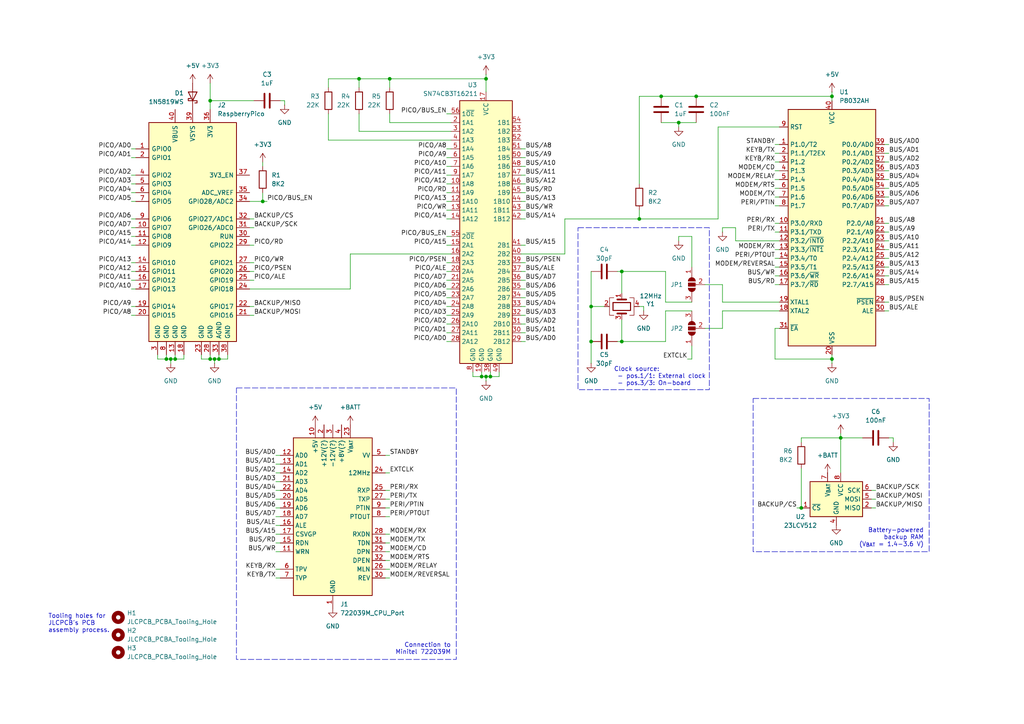
<source format=kicad_sch>
(kicad_sch (version 20250114) (generator "eeschema") (generator_version "9.0")
  (paper "A4")
  (lib_symbols
    (symbol "Device:C" (pin_numbers (hide yes)) (pin_names (offset 0.254))
      (property "Reference" "C" (at 0.635 2.54 0))
      (property "Value" "C" (at 0.635 -2.54 0))
      (symbol "C_1_1"
        (pin passive line (at 0 3.81 270) (length 2.794) (name "~") (number "1"))
        (pin passive line (at 0 -3.81 90) (length 2.794) (name "~") (number "2"))
      )
    )
    (symbol "Device:Crystal_GND24" (pin_names (offset 1.016) (hide yes))
      (property "Reference" "Y" (at 3.175 5.08 0))
      (property "Value" "Crystal_GND24" (at 3.175 3.175 0))
      (symbol "Crystal_GND24_1_1"
        (pin passive line (at -3.81 0 0) (length 1.27) (name "1") (number "1"))
        (pin passive line (at 0 5.08 270) (length 1.27) (name "2") (number "2"))
        (pin passive line (at 0 -5.08 90) (length 1.27) (name "4") (number "4"))
        (pin passive line (at 3.81 0 180) (length 1.27) (name "3") (number "3"))
      )
    )
    (symbol "Device:R" (pin_numbers (hide yes)) (pin_names (offset 0))
      (property "Reference" "R" (at 2.032 0 90))
      (property "Value" "R" (at 0 0 90))
      (symbol "R_1_1"
        (pin passive line (at 0 3.81 270) (length 1.27) (name "~") (number "1"))
        (pin passive line (at 0 -3.81 90) (length 1.27) (name "~") (number "2"))
      )
    )
    (symbol "Diode:1N5819WS" (pin_numbers (hide yes)) (pin_names (offset 1.016) (hide yes))
      (property "Reference" "D" (at 0 2.54 0))
      (property "Value" "1N5819WS" (at 0 -2.54 0))
      (symbol "1N5819WS_1_1"
        (pin passive line (at -3.81 0 0) (length 2.54) (name "K") (number "1"))
        (pin passive line (at 3.81 0 180) (length 2.54) (name "A") (number "2"))
      )
    )
    (symbol "Jumper:SolderJumper_3_Open" (pin_names (offset 0) (hide yes)) (in_bom no)
      (property "Reference" "JP" (at -2.54 -2.54 0))
      (property "Value" "SolderJumper_3_Open" (at 0 2.794 0))
      (symbol "SolderJumper_3_Open_1_1"
        (pin passive line (at -5.08 0 0) (length 2.54) (name "A") (number "1"))
        (pin passive line (at 0 -3.81 90) (length 2.54) (name "C") (number "2"))
        (pin passive line (at 5.08 0 180) (length 2.54) (name "B") (number "3"))
      )
    )
    (symbol "Mechanical:MountingHole" (pin_names (offset 1.016)) (in_bom no)
      (property "Reference" "H" (at 0 5.08 0))
      (property "Value" "MountingHole" (at 0 3.175 0))
    )
    (symbol "ProjectSymbols:23LCV512"
      (property "Reference" "U" (at -7.62 6.35 0))
      (property "Value" "23LCV512" (at 2.54 -6.35 0))
      (symbol "23LCV512_1_1"
        (pin no_connect line (at -10.16 2.54 0) (length 2.54) (hide yes) (name "NC") (number "3"))
        (pin passive line (at -10.16 -2.54 0) (length 2.54) (name "~{CS}") (number "1"))
        (pin passive line (at -2.54 7.62 270) (length 2.54) (name "V_{BAT}") (number "7"))
        (pin passive line (at 0 -7.62 90) (length 2.54) (name "GND") (number "4"))
        (pin passive line (at 1.27 7.62 270) (length 2.54) (name "VCC") (number "8"))
        (pin passive line (at 10.16 2.54 180) (length 2.54) (name "SCK") (number "6"))
        (pin passive line (at 10.16 0 180) (length 2.54) (name "MOSI") (number "5"))
        (pin passive line (at 10.16 -2.54 180) (length 2.54) (name "MISO") (number "2"))
      )
    )
    (symbol "ProjectSymbols:722039M_CPU_Port"
      (property "Reference" "J" (at -7.62 24.13 0))
      (property "Value" "722039M_CPU_Port" (at 13.208 -11.176 90))
      (symbol "722039M_CPU_Port_1_1"
        (pin passive line (at -15.24 17.78 0) (length 3.81) (name "AD0") (number "12"))
        (pin passive line (at -15.24 15.24 0) (length 3.81) (name "AD1") (number "13"))
        (pin passive line (at -15.24 12.7 0) (length 3.81) (name "AD2") (number "14"))
        (pin passive line (at -15.24 10.16 0) (length 3.81) (name "AD3") (number "21"))
        (pin passive line (at -15.24 7.62 0) (length 3.81) (name "AD4") (number "22"))
        (pin passive line (at -15.24 5.08 0) (length 3.81) (name "AD5") (number "20"))
        (pin passive line (at -15.24 2.54 0) (length 3.81) (name "AD6") (number "19"))
        (pin passive line (at -15.24 0 0) (length 3.81) (name "AD7") (number "18"))
        (pin passive line (at -15.24 -2.54 0) (length 3.81) (name "ALE") (number "16"))
        (pin passive line (at -15.24 -5.08 0) (length 3.81) (name "CSVGP") (number "17"))
        (pin passive line (at -15.24 -7.62 0) (length 3.81) (name "RDN") (number "15"))
        (pin passive line (at -15.24 -10.16 0) (length 3.81) (name "WRN") (number "11"))
        (pin passive line (at -15.24 -15.24 0) (length 3.81) (name "TPV") (number "6"))
        (pin passive line (at -15.24 -17.78 0) (length 3.81) (name "TVP") (number "7"))
        (pin passive line (at -5.08 26.67 270) (length 3.81) (name "+5V") (number "10"))
        (pin passive line (at -2.54 26.67 270) (length 3.81) (name "+12V(?)") (number "2"))
        (pin passive line (at 0 26.67 270) (length 3.81) (name "-12V(?)") (number "3"))
        (pin passive line (at 0 -26.67 90) (length 3.81) (name "GND") (number "1"))
        (pin passive line (at 2.54 26.67 270) (length 3.81) (name "+8V(?)") (number "4"))
        (pin passive line (at 5.08 26.67 270) (length 3.81) (name "V_{BAT}") (number "23"))
        (pin passive line (at 15.24 17.78 180) (length 3.81) (name "VV") (number "5"))
        (pin passive line (at 15.24 12.7 180) (length 3.81) (name "12MHz") (number "24"))
        (pin passive line (at 15.24 7.62 180) (length 3.81) (name "RXP") (number "25"))
        (pin passive line (at 15.24 5.08 180) (length 3.81) (name "TXP") (number "27"))
        (pin passive line (at 15.24 2.54 180) (length 3.81) (name "PTIN") (number "9"))
        (pin passive line (at 15.24 0 180) (length 3.81) (name "PTOUT") (number "8"))
        (pin passive line (at 15.24 -5.08 180) (length 3.81) (name "RXDN") (number "28"))
        (pin passive line (at 15.24 -7.62 180) (length 3.81) (name "TDN") (number "31"))
        (pin passive line (at 15.24 -10.16 180) (length 3.81) (name "DPN") (number "29"))
        (pin passive line (at 15.24 -12.7 180) (length 3.81) (name "DPEN") (number "32"))
        (pin passive line (at 15.24 -15.24 180) (length 3.81) (name "MLN") (number "26"))
        (pin passive line (at 15.24 -17.78 180) (length 3.81) (name "REV") (number "30"))
      )
    )
    (symbol "ProjectSymbols:P8032AH"
      (property "Reference" "U" (at -11.684 35.052 0))
      (property "Value" "P8032AH" (at 8.128 35.052 0))
      (symbol "P8032AH_1_0"
        (pin bidirectional line (at -15.24 17.78 0) (length 2.54) (name "P1.2") (number "3"))
      )
      (symbol "P8032AH_1_1"
        (pin input line (at -15.24 27.94 0) (length 2.54) (name "RST") (number "9"))
        (pin bidirectional line (at -15.24 22.86 0) (length 2.54) (name "P1.0/T2") (number "1"))
        (pin bidirectional line (at -15.24 20.32 0) (length 2.54) (name "P1.1/T2EX") (number "2"))
        (pin bidirectional line (at -15.24 15.24 0) (length 2.54) (name "P1.3") (number "4"))
        (pin bidirectional line (at -15.24 12.7 0) (length 2.54) (name "P1.4") (number "5"))
        (pin bidirectional line (at -15.24 10.16 0) (length 2.54) (name "P1.5") (number "6"))
        (pin bidirectional line (at -15.24 7.62 0) (length 2.54) (name "P1.6") (number "7"))
        (pin bidirectional line (at -15.24 5.08 0) (length 2.54) (name "P1.7") (number "8"))
        (pin bidirectional line (at -15.24 0 0) (length 2.54) (name "P3.0/RXD") (number "10"))
        (pin bidirectional line (at -15.24 -2.54 0) (length 2.54) (name "P3.1/TXD") (number "11"))
        (pin bidirectional line (at -15.24 -5.08 0) (length 2.54) (name "P3.2/~{INT0}") (number "12"))
        (pin bidirectional line (at -15.24 -7.62 0) (length 2.54) (name "P3.3/~{INT1}") (number "13"))
        (pin bidirectional line (at -15.24 -10.16 0) (length 2.54) (name "P3.4/T0") (number "14"))
        (pin bidirectional line (at -15.24 -12.7 0) (length 2.54) (name "P3.5/T1") (number "15"))
        (pin bidirectional line (at -15.24 -15.24 0) (length 2.54) (name "P3.6/~{WR}") (number "16"))
        (pin bidirectional line (at -15.24 -17.78 0) (length 2.54) (name "P3.7/~{RD}") (number "17"))
        (pin input line (at -15.24 -22.86 0) (length 2.54) (name "XTAL1") (number "19"))
        (pin output line (at -15.24 -25.4 0) (length 2.54) (name "XTAL2") (number "18"))
        (pin input line (at -15.24 -30.48 0) (length 2.54) (name "~{EA}") (number "31"))
        (pin power_in line (at 0 35.56 270) (length 2.54) (name "VCC") (number "40"))
        (pin power_in line (at 0 -38.1 90) (length 2.54) (name "VSS") (number "20"))
        (pin bidirectional line (at 15.24 22.86 180) (length 2.54) (name "P0.0/AD0") (number "39"))
        (pin bidirectional line (at 15.24 20.32 180) (length 2.54) (name "P0.1/AD1") (number "38"))
        (pin bidirectional line (at 15.24 17.78 180) (length 2.54) (name "P0.2/AD2") (number "37"))
        (pin bidirectional line (at 15.24 15.24 180) (length 2.54) (name "P0.3/AD3") (number "36"))
        (pin bidirectional line (at 15.24 12.7 180) (length 2.54) (name "P0.4/AD4") (number "35"))
        (pin bidirectional line (at 15.24 10.16 180) (length 2.54) (name "P0.5/AD5") (number "34"))
        (pin bidirectional line (at 15.24 7.62 180) (length 2.54) (name "P0.6/AD6") (number "33"))
        (pin bidirectional line (at 15.24 5.08 180) (length 2.54) (name "P0.7/AD7") (number "32"))
        (pin bidirectional line (at 15.24 0 180) (length 2.54) (name "P2.0/A8") (number "21"))
        (pin bidirectional line (at 15.24 -2.54 180) (length 2.54) (name "P2.1/A9") (number "22"))
        (pin bidirectional line (at 15.24 -5.08 180) (length 2.54) (name "P2.2/A10") (number "23"))
        (pin bidirectional line (at 15.24 -7.62 180) (length 2.54) (name "P2.3/A11") (number "24"))
        (pin bidirectional line (at 15.24 -10.16 180) (length 2.54) (name "P2.4/A12") (number "25"))
        (pin bidirectional line (at 15.24 -12.7 180) (length 2.54) (name "P2.5/A13") (number "26"))
        (pin bidirectional line (at 15.24 -15.24 180) (length 2.54) (name "P2.6/A14") (number "27"))
        (pin bidirectional line (at 15.24 -17.78 180) (length 2.54) (name "P2.7/A15") (number "28"))
        (pin output line (at 15.24 -22.86 180) (length 2.54) (name "~{PSEN}") (number "29"))
        (pin output line (at 15.24 -25.4 180) (length 2.54) (name "ALE") (number "30"))
      )
    )
    (symbol "ProjectSymbols:RaspberryPico" (pin_names (offset 0.762))
      (property "Reference" "J3" (at 14.224 -27.94 0))
      (property "Value" "RaspberryPico" (at 14.224 -30.48 0))
      (symbol "RaspberryPico_1_1"
        (pin passive line (at -16.51 24.13 0) (length 3.81) (name "GPIO0") (number "1"))
        (pin passive line (at -16.51 21.59 0) (length 3.81) (name "GPIO1") (number "2"))
        (pin passive line (at -16.51 16.51 0) (length 3.81) (name "GPIO2") (number "4"))
        (pin passive line (at -16.51 13.97 0) (length 3.81) (name "GPIO3") (number "5"))
        (pin passive line (at -16.51 11.43 0) (length 3.81) (name "GPIO4") (number "6"))
        (pin passive line (at -16.51 8.89 0) (length 3.81) (name "GPIO5") (number "7"))
        (pin passive line (at -16.51 3.81 0) (length 3.81) (name "GPIO6") (number "9"))
        (pin passive line (at -16.51 1.27 0) (length 3.81) (name "GPIO7") (number "10"))
        (pin passive line (at -16.51 -1.27 0) (length 3.81) (name "GPIO8") (number "11"))
        (pin passive line (at -16.51 -3.81 0) (length 3.81) (name "GPIO9") (number "12"))
        (pin passive line (at -16.51 -8.89 0) (length 3.81) (name "GPIO10") (number "14"))
        (pin passive line (at -16.51 -11.43 0) (length 3.81) (name "GPIO11") (number "15"))
        (pin passive line (at -16.51 -13.97 0) (length 3.81) (name "GPIO12") (number "16"))
        (pin passive line (at -16.51 -16.51 0) (length 3.81) (name "GPIO13") (number "17"))
        (pin passive line (at -16.51 -21.59 0) (length 3.81) (name "GPIO14") (number "19"))
        (pin passive line (at -16.51 -24.13 0) (length 3.81) (name "GPIO15") (number "20"))
        (pin passive line (at -10.16 -35.56 90) (length 3.81) (name "GND") (number "3"))
        (pin passive line (at -7.62 -35.56 90) (length 3.81) (name "GND") (number "8"))
        (pin passive line (at -5.08 35.56 270) (length 3.81) (name "VBUS") (number "40"))
        (pin passive line (at -5.08 -35.56 90) (length 3.81) (name "GND") (number "13"))
        (pin passive line (at -2.54 -35.56 90) (length 3.81) (name "GND") (number "18"))
        (pin passive line (at 0 35.56 270) (length 3.81) (name "VSYS") (number "39"))
        (pin passive line (at 2.54 -35.56 90) (length 3.81) (name "GND") (number "23"))
        (pin passive line (at 5.08 35.56 270) (length 3.81) (name "3V3") (number "36"))
        (pin passive line (at 5.08 -35.56 90) (length 3.81) (name "GND") (number "28"))
        (pin passive line (at 7.62 -35.56 90) (length 3.81) (name "AGND") (number "33"))
        (pin passive line (at 10.16 -35.56 90) (length 3.81) (name "GND") (number "38"))
        (pin passive line (at 16.51 16.51 180) (length 3.81) (name "3V3_EN") (number "37"))
        (pin passive line (at 16.51 11.43 180) (length 3.81) (name "ADC_VREF") (number "35"))
        (pin passive line (at 16.51 8.89 180) (length 3.81) (name "GPIO28/ADC2") (number "34"))
        (pin passive line (at 16.51 3.81 180) (length 3.81) (name "GPIO27/ADC1") (number "32"))
        (pin passive line (at 16.51 1.27 180) (length 3.81) (name "GPIO26/ADC0") (number "31"))
        (pin passive line (at 16.51 -1.27 180) (length 3.81) (name "RUN") (number "30"))
        (pin passive line (at 16.51 -3.81 180) (length 3.81) (name "GPIO22") (number "29"))
        (pin passive line (at 16.51 -8.89 180) (length 3.81) (name "GPIO21") (number "27"))
        (pin passive line (at 16.51 -11.43 180) (length 3.81) (name "GPIO20") (number "26"))
        (pin passive line (at 16.51 -13.97 180) (length 3.81) (name "GPIO19") (number "25"))
        (pin passive line (at 16.51 -16.51 180) (length 3.81) (name "GPIO18") (number "24"))
        (pin passive line (at 16.51 -21.59 180) (length 3.81) (name "GPIO17") (number "22"))
        (pin passive line (at 16.51 -24.13 180) (length 3.81) (name "GPIO16") (number "21"))
      )
    )
    (symbol "ProjectSymbols:SN74CB3T16211"
      (property "Reference" "U3" (at 8.382 -32.766 0))
      (property "Value" "SN74CB3T16211" (at 8.382 -35.306 0))
      (symbol "SN74CB3T16211_1_0"
        (pin passive line (at -10.16 33.02 0) (length 2.54) (name "1~{OE}") (number "56"))
        (pin passive line (at -10.16 30.48 0) (length 2.54) (name "1A1") (number "2"))
        (pin passive line (at -10.16 27.94 0) (length 2.54) (name "1A2") (number "3"))
        (pin passive line (at -10.16 25.4 0) (length 2.54) (name "1A3") (number "4"))
        (pin passive line (at -10.16 22.86 0) (length 2.54) (name "1A4") (number "5"))
        (pin passive line (at -10.16 20.32 0) (length 2.54) (name "1A5") (number "6"))
        (pin passive line (at -10.16 17.78 0) (length 2.54) (name "1A6") (number "7"))
        (pin passive line (at -10.16 15.24 0) (length 2.54) (name "1A7") (number "9"))
        (pin passive line (at -10.16 12.7 0) (length 2.54) (name "1A8") (number "10"))
        (pin passive line (at -10.16 10.16 0) (length 2.54) (name "1A9") (number "11"))
        (pin passive line (at -10.16 7.62 0) (length 2.54) (name "1A10") (number "12"))
        (pin passive line (at -10.16 5.08 0) (length 2.54) (name "1A11") (number "13"))
        (pin passive line (at -10.16 2.54 0) (length 2.54) (name "1A12") (number "14"))
        (pin passive line (at -10.16 -2.54 0) (length 2.54) (name "2~{OE}") (number "55"))
        (pin passive line (at -10.16 -5.08 0) (length 2.54) (name "2A1") (number "15"))
        (pin passive line (at -10.16 -7.62 0) (length 2.54) (name "2A2") (number "16"))
        (pin passive line (at -10.16 -10.16 0) (length 2.54) (name "2A3") (number "18"))
        (pin passive line (at -10.16 -12.7 0) (length 2.54) (name "2A4") (number "20"))
        (pin passive line (at -10.16 -15.24 0) (length 2.54) (name "2A5") (number "21"))
        (pin passive line (at -10.16 -17.78 0) (length 2.54) (name "2A6") (number "22"))
        (pin passive line (at -10.16 -20.32 0) (length 2.54) (name "2A7") (number "23"))
        (pin passive line (at -10.16 -22.86 0) (length 2.54) (name "2A8") (number "24"))
        (pin passive line (at -10.16 -25.4 0) (length 2.54) (name "2A9") (number "25"))
        (pin passive line (at -10.16 -27.94 0) (length 2.54) (name "2A10") (number "26"))
        (pin passive line (at -10.16 -30.48 0) (length 2.54) (name "2A11") (number "27"))
        (pin passive line (at -10.16 -33.02 0) (length 2.54) (name "2A12") (number "28"))
        (pin passive line (at -3.81 -41.91 90) (length 2.54) (name "GND") (number "8"))
        (pin passive line (at -1.27 -41.91 90) (length 2.54) (name "GND") (number "19"))
        (pin passive line (at 0 39.37 270) (length 2.54) (name "VCC") (number "17"))
        (pin passive line (at 1.27 -41.91 90) (length 2.54) (name "GND") (number "38"))
        (pin passive line (at 3.81 -41.91 90) (length 2.54) (name "GND") (number "49"))
        (pin passive line (at 10.16 30.48 180) (length 2.54) (name "1B1") (number "54"))
        (pin passive line (at 10.16 27.94 180) (length 2.54) (name "1B2") (number "53"))
        (pin passive line (at 10.16 25.4 180) (length 2.54) (name "1B3") (number "52"))
        (pin passive line (at 10.16 22.86 180) (length 2.54) (name "1B4") (number "51"))
        (pin passive line (at 10.16 20.32 180) (length 2.54) (name "1B5") (number "50"))
        (pin passive line (at 10.16 17.78 180) (length 2.54) (name "1B6") (number "48"))
        (pin passive line (at 10.16 15.24 180) (length 2.54) (name "1B7") (number "47"))
        (pin passive line (at 10.16 12.7 180) (length 2.54) (name "1B8") (number "46"))
        (pin passive line (at 10.16 10.16 180) (length 2.54) (name "1B9") (number "45"))
        (pin passive line (at 10.16 7.62 180) (length 2.54) (name "1B10") (number "44"))
        (pin passive line (at 10.16 5.08 180) (length 2.54) (name "1B11") (number "43"))
        (pin passive line (at 10.16 2.54 180) (length 2.54) (name "1B12") (number "42"))
        (pin passive line (at 10.16 -5.08 180) (length 2.54) (name "2B1") (number "41"))
        (pin passive line (at 10.16 -7.62 180) (length 2.54) (name "2B2") (number "40"))
        (pin passive line (at 10.16 -10.16 180) (length 2.54) (name "2B3") (number "39"))
        (pin passive line (at 10.16 -12.7 180) (length 2.54) (name "2B4") (number "37"))
        (pin passive line (at 10.16 -15.24 180) (length 2.54) (name "2B5") (number "36"))
        (pin passive line (at 10.16 -17.78 180) (length 2.54) (name "2B6") (number "35"))
        (pin passive line (at 10.16 -20.32 180) (length 2.54) (name "2B7") (number "34"))
        (pin passive line (at 10.16 -22.86 180) (length 2.54) (name "2B8") (number "33"))
        (pin passive line (at 10.16 -25.4 180) (length 2.54) (name "2B9") (number "32"))
        (pin passive line (at 10.16 -27.94 180) (length 2.54) (name "2B10") (number "31"))
        (pin passive line (at 10.16 -30.48 180) (length 2.54) (name "2B11") (number "30"))
        (pin passive line (at 10.16 -33.02 180) (length 2.54) (name "2B12") (number "29"))
      )
      (symbol "SN74CB3T16211_1_1"
        (pin no_connect line (at 10.16 34.29 180) (length 2.54) (hide yes) (name "NC") (number "1"))
      )
    )
    (symbol "power:+3V3" (power) (pin_numbers (hide yes)) (pin_names (offset 0) (hide yes))
      (property "Value" "+3V3" (at 0 3.556 0))
      (symbol "+3V3_1_1"
        (pin power_in line (at 0 0 90) (length 0) (name "~") (number "1"))
      )
    )
    (symbol "power:+5V" (power) (pin_numbers (hide yes)) (pin_names (offset 0) (hide yes))
      (property "Value" "+5V" (at 0 3.556 0))
      (symbol "+5V_1_1"
        (pin power_in line (at 0 0 90) (length 0) (name "~") (number "1"))
      )
    )
    (symbol "power:+BATT" (power) (pin_numbers (hide yes)) (pin_names (offset 0) (hide yes))
      (property "Value" "+BATT" (at 0 3.556 0))
      (symbol "+BATT_1_1"
        (pin power_in line (at 0 0 90) (length 0) (name "~") (number "1"))
      )
    )
    (symbol "power:GND" (power) (pin_numbers (hide yes)) (pin_names (offset 0) (hide yes))
      (property "Value" "GND" (at 0 -3.81 0))
      (symbol "GND_1_1"
        (pin power_in line (at 0 0 270) (length 0) (name "~") (number "1"))
      )
    )
  )
  (rectangle (start 218.44 115.57) (end 269.494 160.02) (stroke (width 0) (type dash)))
  (rectangle (start 167.64 66.04) (end 205.74 113.03) (stroke (width 0) (type dash)))
  (rectangle (start 68.58 112.522) (end 132.334 191.262) (stroke (width 0) (type dash)))
  (text "Battery-powered\nbackup RAM\n(V_{BAT} = 1.4-3.6 V)" (at 267.97 158.75 0) (effects (font (size 1.27 1.27)) (justify right bottom)))
  (text "Clock source:\n - pos.1/1: External clock\n - pos.3/3: On-board" (at 178.054 112.014 0) (effects (font (size 1.27 1.27)) (justify left bottom)))
  (text "Tooling holes for\nJLCPCB's PCB\nassembly process." (at 13.97 178.054 0) (effects (font (size 1.27 1.27)) (justify left top)))
  (text "Connection to\nMinitel 722039M" (at 130.81 189.992 0) (effects (font (size 1.27 1.27)) (justify right bottom)))
  (junction (at 243.84 127))
  (junction (at 232.41 147.32))
  (junction (at 196.85 35.56))
  (junction (at 201.93 27.94))
  (junction (at 180.34 78.74))
  (junction (at 142.24 109.22))
  (junction (at 180.34 99.06))
  (junction (at 171.45 99.06))
  (junction (at 113.03 22.86))
  (junction (at 140.97 109.22))
  (junction (at 62.23 104.14))
  (junction (at 191.77 27.94))
  (junction (at 140.97 22.86))
  (junction (at 48.26 104.14))
  (junction (at 50.8 104.14))
  (junction (at 63.5 104.14))
  (junction (at 104.14 22.86))
  (junction (at 139.7 109.22))
  (junction (at 241.3 27.94))
  (junction (at 171.45 88.9))
  (junction (at 60.96 29.21))
  (junction (at 241.3 104.14))
  (junction (at 185.42 63.5))
  (junction (at 76.2 58.42))
  (junction (at 49.53 104.14))
  (junction (at 60.96 104.14))
  (wire (pts (xy 72.39 76.2) (xy 73.66 76.2)))
  (wire (pts (xy 48.26 102.87) (xy 48.26 104.14)))
  (wire (pts (xy 152.4 53.34) (xy 151.13 53.34)))
  (wire (pts (xy 224.79 46.99) (xy 226.06 46.99)))
  (wire (pts (xy 129.54 93.98) (xy 130.81 93.98)))
  (wire (pts (xy 224.79 41.91) (xy 226.06 41.91)))
  (wire (pts (xy 209.55 95.25) (xy 204.47 95.25)))
  (wire (pts (xy 152.4 88.9) (xy 151.13 88.9)))
  (wire (pts (xy 80.01 134.62) (xy 81.28 134.62)))
  (wire (pts (xy 104.14 22.86) (xy 113.03 22.86)))
  (wire (pts (xy 139.7 109.22) (xy 140.97 109.22)))
  (wire (pts (xy 129.54 81.28) (xy 130.81 81.28)))
  (wire (pts (xy 80.01 139.7) (xy 81.28 139.7)))
  (wire (pts (xy 200.66 68.58) (xy 200.66 77.47)))
  (wire (pts (xy 257.81 64.77) (xy 256.54 64.77)))
  (wire (pts (xy 50.8 104.14) (xy 53.34 104.14)))
  (wire (pts (xy 196.85 69.85) (xy 196.85 68.58)))
  (wire (pts (xy 193.04 99.06) (xy 193.04 90.17)))
  (wire (pts (xy 151.13 73.66) (xy 163.83 73.66)))
  (wire (pts (xy 104.14 22.86) (xy 104.14 25.4)))
  (wire (pts (xy 209.55 95.25) (xy 209.55 90.17)))
  (wire (pts (xy 256.54 57.15) (xy 257.81 57.15)))
  (wire (pts (xy 224.79 82.55) (xy 226.06 82.55)))
  (wire (pts (xy 163.83 73.66) (xy 163.83 63.5)))
  (wire (pts (xy 38.1 71.12) (xy 39.37 71.12)))
  (wire (pts (xy 152.4 76.2) (xy 151.13 76.2)))
  (wire (pts (xy 129.54 68.58) (xy 130.81 68.58)))
  (wire (pts (xy 256.54 82.55) (xy 257.81 82.55)))
  (wire (pts (xy 129.54 63.5) (xy 130.81 63.5)))
  (wire (pts (xy 49.53 104.14) (xy 49.53 105.41)))
  (wire (pts (xy 140.97 109.22) (xy 140.97 110.49)))
  (wire (pts (xy 180.34 78.74) (xy 180.34 85.09)))
  (wire (pts (xy 241.3 26.67) (xy 241.3 27.94)))
  (wire (pts (xy 256.54 49.53) (xy 257.81 49.53)))
  (wire (pts (xy 38.1 50.8) (xy 39.37 50.8)))
  (wire (pts (xy 38.1 43.18) (xy 39.37 43.18)))
  (wire (pts (xy 38.1 53.34) (xy 39.37 53.34)))
  (wire (pts (xy 231.14 147.32) (xy 232.41 147.32)))
  (wire (pts (xy 257.81 87.63) (xy 256.54 87.63)))
  (wire (pts (xy 129.54 76.2) (xy 130.81 76.2)))
  (wire (pts (xy 49.53 104.14) (xy 50.8 104.14)))
  (wire (pts (xy 252.73 142.24) (xy 254 142.24)))
  (wire (pts (xy 140.97 22.86) (xy 140.97 26.67)))
  (wire (pts (xy 152.4 48.26) (xy 151.13 48.26)))
  (wire (pts (xy 185.42 60.96) (xy 185.42 63.5)))
  (wire (pts (xy 152.4 60.96) (xy 151.13 60.96)))
  (wire (pts (xy 129.54 96.52) (xy 130.81 96.52)))
  (wire (pts (xy 60.96 29.21) (xy 60.96 31.75)))
  (wire (pts (xy 80.01 142.24) (xy 81.28 142.24)))
  (wire (pts (xy 72.39 81.28) (xy 73.66 81.28)))
  (wire (pts (xy 208.28 36.83) (xy 226.06 36.83)))
  (wire (pts (xy 111.76 147.32) (xy 113.03 147.32)))
  (wire (pts (xy 130.81 40.64) (xy 95.25 40.64)))
  (wire (pts (xy 63.5 102.87) (xy 63.5 104.14)))
  (wire (pts (xy 185.42 63.5) (xy 208.28 63.5)))
  (wire (pts (xy 50.8 102.87) (xy 50.8 104.14)))
  (wire (pts (xy 45.72 102.87) (xy 45.72 104.14)))
  (wire (pts (xy 48.26 104.14) (xy 49.53 104.14)))
  (wire (pts (xy 45.72 104.14) (xy 48.26 104.14)))
  (wire (pts (xy 256.54 52.07) (xy 257.81 52.07)))
  (wire (pts (xy 38.1 78.74) (xy 39.37 78.74)))
  (wire (pts (xy 129.54 48.26) (xy 130.81 48.26)))
  (wire (pts (xy 73.66 29.21) (xy 60.96 29.21)))
  (wire (pts (xy 257.81 74.93) (xy 256.54 74.93)))
  (wire (pts (xy 62.23 104.14) (xy 62.23 105.41)))
  (wire (pts (xy 179.07 99.06) (xy 180.34 99.06)))
  (wire (pts (xy 259.08 128.27) (xy 259.08 127)))
  (wire (pts (xy 224.79 49.53) (xy 226.06 49.53)))
  (wire (pts (xy 38.1 58.42) (xy 39.37 58.42)))
  (wire (pts (xy 224.79 59.69) (xy 226.06 59.69)))
  (wire (pts (xy 80.01 137.16) (xy 81.28 137.16)))
  (wire (pts (xy 101.6 73.66) (xy 130.81 73.66)))
  (wire (pts (xy 38.1 88.9) (xy 39.37 88.9)))
  (wire (pts (xy 185.42 27.94) (xy 191.77 27.94)))
  (wire (pts (xy 257.81 90.17) (xy 256.54 90.17)))
  (wire (pts (xy 129.54 71.12) (xy 130.81 71.12)))
  (wire (pts (xy 129.54 99.06) (xy 130.81 99.06)))
  (wire (pts (xy 80.01 152.4) (xy 81.28 152.4)))
  (wire (pts (xy 137.16 109.22) (xy 139.7 109.22)))
  (wire (pts (xy 38.1 55.88) (xy 39.37 55.88)))
  (wire (pts (xy 111.76 137.16) (xy 113.03 137.16)))
  (wire (pts (xy 152.4 93.98) (xy 151.13 93.98)))
  (wire (pts (xy 252.73 147.32) (xy 254 147.32)))
  (wire (pts (xy 72.39 83.82) (xy 101.6 83.82)))
  (wire (pts (xy 152.4 58.42) (xy 151.13 58.42)))
  (wire (pts (xy 130.81 38.1) (xy 104.14 38.1)))
  (wire (pts (xy 226.06 87.63) (xy 209.55 87.63)))
  (wire (pts (xy 200.66 87.63) (xy 193.04 87.63)))
  (wire (pts (xy 38.1 81.28) (xy 39.37 81.28)))
  (wire (pts (xy 80.01 144.78) (xy 81.28 144.78)))
  (wire (pts (xy 53.34 102.87) (xy 53.34 104.14)))
  (wire (pts (xy 129.54 43.18) (xy 130.81 43.18)))
  (wire (pts (xy 171.45 105.41) (xy 171.45 99.06)))
  (wire (pts (xy 252.73 144.78) (xy 254 144.78)))
  (wire (pts (xy 63.5 104.14) (xy 66.04 104.14)))
  (wire (pts (xy 213.36 66.04) (xy 213.36 69.85)))
  (wire (pts (xy 38.1 66.04) (xy 39.37 66.04)))
  (wire (pts (xy 80.01 157.48) (xy 81.28 157.48)))
  (wire (pts (xy 171.45 88.9) (xy 171.45 99.06)))
  (wire (pts (xy 95.25 25.4) (xy 95.25 22.86)))
  (wire (pts (xy 200.66 104.14) (xy 199.39 104.14)))
  (wire (pts (xy 129.54 50.8) (xy 130.81 50.8)))
  (wire (pts (xy 180.34 92.71) (xy 180.34 99.06)))
  (wire (pts (xy 72.39 88.9) (xy 73.66 88.9)))
  (wire (pts (xy 256.54 44.45) (xy 257.81 44.45)))
  (wire (pts (xy 140.97 21.59) (xy 140.97 22.86)))
  (wire (pts (xy 72.39 71.12) (xy 73.66 71.12)))
  (wire (pts (xy 95.25 22.86) (xy 104.14 22.86)))
  (wire (pts (xy 241.3 27.94) (xy 241.3 29.21)))
  (wire (pts (xy 111.76 167.64) (xy 113.03 167.64)))
  (wire (pts (xy 256.54 77.47) (xy 257.81 77.47)))
  (wire (pts (xy 111.76 157.48) (xy 113.03 157.48)))
  (wire (pts (xy 129.54 45.72) (xy 130.81 45.72)))
  (wire (pts (xy 129.54 33.02) (xy 130.81 33.02)))
  (wire (pts (xy 256.54 41.91) (xy 257.81 41.91)))
  (wire (pts (xy 129.54 88.9) (xy 130.81 88.9)))
  (wire (pts (xy 76.2 55.88) (xy 76.2 58.42)))
  (wire (pts (xy 224.79 95.25) (xy 226.06 95.25)))
  (wire (pts (xy 200.66 100.33) (xy 200.66 104.14)))
  (wire (pts (xy 256.54 46.99) (xy 257.81 46.99)))
  (wire (pts (xy 180.34 78.74) (xy 193.04 78.74)))
  (wire (pts (xy 209.55 87.63) (xy 209.55 82.55)))
  (wire (pts (xy 60.96 102.87) (xy 60.96 104.14)))
  (wire (pts (xy 129.54 53.34) (xy 130.81 53.34)))
  (wire (pts (xy 196.85 35.56) (xy 191.77 35.56)))
  (wire (pts (xy 72.39 66.04) (xy 73.66 66.04)))
  (wire (pts (xy 38.1 91.44) (xy 39.37 91.44)))
  (wire (pts (xy 80.01 165.1) (xy 81.28 165.1)))
  (wire (pts (xy 72.39 78.74) (xy 73.66 78.74)))
  (wire (pts (xy 58.42 104.14) (xy 60.96 104.14)))
  (wire (pts (xy 129.54 91.44) (xy 130.81 91.44)))
  (wire (pts (xy 80.01 160.02) (xy 81.28 160.02)))
  (wire (pts (xy 243.84 127) (xy 250.19 127)))
  (wire (pts (xy 193.04 90.17) (xy 200.66 90.17)))
  (wire (pts (xy 224.79 80.01) (xy 226.06 80.01)))
  (wire (pts (xy 152.4 96.52) (xy 151.13 96.52)))
  (wire (pts (xy 113.03 22.86) (xy 113.03 25.4)))
  (wire (pts (xy 139.7 107.95) (xy 139.7 109.22)))
  (wire (pts (xy 80.01 154.94) (xy 81.28 154.94)))
  (wire (pts (xy 38.1 83.82) (xy 39.37 83.82)))
  (wire (pts (xy 80.01 149.86) (xy 81.28 149.86)))
  (wire (pts (xy 232.41 127) (xy 243.84 127)))
  (wire (pts (xy 66.04 104.14) (xy 66.04 102.87)))
  (wire (pts (xy 257.81 69.85) (xy 256.54 69.85)))
  (wire (pts (xy 180.34 99.06) (xy 193.04 99.06)))
  (wire (pts (xy 111.76 132.08) (xy 113.03 132.08)))
  (wire (pts (xy 171.45 88.9) (xy 175.26 88.9)))
  (wire (pts (xy 60.96 24.13) (xy 60.96 29.21)))
  (wire (pts (xy 130.81 35.56) (xy 113.03 35.56)))
  (wire (pts (xy 213.36 69.85) (xy 226.06 69.85)))
  (wire (pts (xy 60.96 104.14) (xy 62.23 104.14)))
  (wire (pts (xy 224.79 44.45) (xy 226.06 44.45)))
  (wire (pts (xy 257.81 67.31) (xy 256.54 67.31)))
  (wire (pts (xy 201.93 27.94) (xy 241.3 27.94)))
  (wire (pts (xy 142.24 109.22) (xy 144.78 109.22)))
  (wire (pts (xy 152.4 50.8) (xy 151.13 50.8)))
  (wire (pts (xy 224.79 77.47) (xy 226.06 77.47)))
  (wire (pts (xy 72.39 58.42) (xy 76.2 58.42)))
  (wire (pts (xy 209.55 66.04) (xy 213.36 66.04)))
  (wire (pts (xy 257.81 72.39) (xy 256.54 72.39)))
  (wire (pts (xy 196.85 68.58) (xy 200.66 68.58)))
  (wire (pts (xy 58.42 102.87) (xy 58.42 104.14)))
  (wire (pts (xy 224.79 52.07) (xy 226.06 52.07)))
  (wire (pts (xy 209.55 67.31) (xy 209.55 66.04)))
  (wire (pts (xy 193.04 87.63) (xy 193.04 78.74)))
  (wire (pts (xy 259.08 127) (xy 257.81 127)))
  (wire (pts (xy 95.25 40.64) (xy 95.25 33.02)))
  (wire (pts (xy 82.55 29.21) (xy 82.55 30.48)))
  (wire (pts (xy 224.79 104.14) (xy 241.3 104.14)))
  (wire (pts (xy 111.76 142.24) (xy 113.03 142.24)))
  (wire (pts (xy 232.41 135.89) (xy 232.41 147.32)))
  (wire (pts (xy 152.4 91.44) (xy 151.13 91.44)))
  (wire (pts (xy 241.3 104.14) (xy 241.3 105.41)))
  (wire (pts (xy 129.54 60.96) (xy 130.81 60.96)))
  (wire (pts (xy 80.01 147.32) (xy 81.28 147.32)))
  (wire (pts (xy 72.39 63.5) (xy 73.66 63.5)))
  (wire (pts (xy 243.84 127) (xy 243.84 137.16)))
  (wire (pts (xy 191.77 27.94) (xy 201.93 27.94)))
  (wire (pts (xy 152.4 71.12) (xy 151.13 71.12)))
  (wire (pts (xy 129.54 55.88) (xy 130.81 55.88)))
  (wire (pts (xy 224.79 67.31) (xy 226.06 67.31)))
  (wire (pts (xy 129.54 58.42) (xy 130.81 58.42)))
  (wire (pts (xy 243.84 125.73) (xy 243.84 127)))
  (wire (pts (xy 185.42 53.34) (xy 185.42 27.94)))
  (wire (pts (xy 163.83 63.5) (xy 185.42 63.5)))
  (wire (pts (xy 224.79 64.77) (xy 226.06 64.77)))
  (wire (pts (xy 144.78 109.22) (xy 144.78 107.95)))
  (wire (pts (xy 113.03 22.86) (xy 140.97 22.86)))
  (wire (pts (xy 76.2 58.42) (xy 77.47 58.42)))
  (wire (pts (xy 38.1 76.2) (xy 39.37 76.2)))
  (wire (pts (xy 208.28 63.5) (xy 208.28 36.83)))
  (wire (pts (xy 38.1 63.5) (xy 39.37 63.5)))
  (wire (pts (xy 137.16 107.95) (xy 137.16 109.22)))
  (wire (pts (xy 62.23 104.14) (xy 63.5 104.14)))
  (wire (pts (xy 152.4 78.74) (xy 151.13 78.74)))
  (wire (pts (xy 224.79 57.15) (xy 226.06 57.15)))
  (wire (pts (xy 152.4 86.36) (xy 151.13 86.36)))
  (wire (pts (xy 111.76 165.1) (xy 113.03 165.1)))
  (wire (pts (xy 129.54 83.82) (xy 130.81 83.82)))
  (wire (pts (xy 80.01 132.08) (xy 81.28 132.08)))
  (wire (pts (xy 241.3 102.87) (xy 241.3 104.14)))
  (wire (pts (xy 196.85 35.56) (xy 201.93 35.56)))
  (wire (pts (xy 111.76 154.94) (xy 113.03 154.94)))
  (wire (pts (xy 152.4 63.5) (xy 151.13 63.5)))
  (wire (pts (xy 111.76 149.86) (xy 113.03 149.86)))
  (wire (pts (xy 111.76 160.02) (xy 113.03 160.02)))
  (wire (pts (xy 186.69 88.9) (xy 185.42 88.9)))
  (wire (pts (xy 129.54 78.74) (xy 130.81 78.74)))
  (wire (pts (xy 142.24 107.95) (xy 142.24 109.22)))
  (wire (pts (xy 224.79 54.61) (xy 226.06 54.61)))
  (wire (pts (xy 111.76 144.78) (xy 113.03 144.78)))
  (wire (pts (xy 101.6 83.82) (xy 101.6 73.66)))
  (wire (pts (xy 152.4 81.28) (xy 151.13 81.28)))
  (wire (pts (xy 80.01 167.64) (xy 81.28 167.64)))
  (wire (pts (xy 152.4 45.72) (xy 151.13 45.72)))
  (wire (pts (xy 152.4 43.18) (xy 151.13 43.18)))
  (wire (pts (xy 209.55 90.17) (xy 226.06 90.17)))
  (wire (pts (xy 224.79 104.14) (xy 224.79 95.25)))
  (wire (pts (xy 256.54 80.01) (xy 257.81 80.01)))
  (wire (pts (xy 104.14 38.1) (xy 104.14 33.02)))
  (wire (pts (xy 196.85 36.83) (xy 196.85 35.56)))
  (wire (pts (xy 72.39 91.44) (xy 73.66 91.44)))
  (wire (pts (xy 113.03 35.56) (xy 113.03 33.02)))
  (wire (pts (xy 152.4 99.06) (xy 151.13 99.06)))
  (wire (pts (xy 256.54 54.61) (xy 257.81 54.61)))
  (wire (pts (xy 76.2 48.26) (xy 76.2 46.99)))
  (wire (pts (xy 224.79 72.39) (xy 226.06 72.39)))
  (wire (pts (xy 129.54 86.36) (xy 130.81 86.36)))
  (wire (pts (xy 256.54 59.69) (xy 257.81 59.69)))
  (wire (pts (xy 38.1 68.58) (xy 39.37 68.58)))
  (wire (pts (xy 152.4 83.82) (xy 151.13 83.82)))
  (wire (pts (xy 38.1 45.72) (xy 39.37 45.72)))
  (wire (pts (xy 186.69 90.17) (xy 186.69 88.9)))
  (wire (pts (xy 209.55 82.55) (xy 204.47 82.55)))
  (wire (pts (xy 232.41 128.27) (xy 232.41 127)))
  (wire (pts (xy 224.79 74.93) (xy 226.06 74.93)))
  (wire (pts (xy 111.76 162.56) (xy 113.03 162.56)))
  (wire (pts (xy 81.28 29.21) (xy 82.55 29.21)))
  (wire (pts (xy 140.97 109.22) (xy 142.24 109.22)))
  (wire (pts (xy 152.4 55.88) (xy 151.13 55.88)))
  (wire (pts (xy 179.07 78.74) (xy 180.34 78.74)))
  (wire (pts (xy 171.45 78.74) (xy 171.45 88.9)))
  (label "BUS{slash}PSEN" (at 152.4 76.2 0))
  (label "MODEM{slash}CD" (at 113.03 160.02 0))
  (label "PICO{slash}BUS_EN" (at 77.47 58.42 0))
  (label "PICO{slash}AD7" (at 38.1 66.04 180))
  (label "PICO{slash}A11" (at 38.1 81.28 180))
  (label "PERI{slash}TX" (at 224.79 67.31 180))
  (label "PICO{slash}BUS_EN" (at 129.54 33.02 180))
  (label "PERI{slash}TX" (at 113.03 144.78 0))
  (label "PERI{slash}RX" (at 224.79 64.77 180))
  (label "BACKUP{slash}CS" (at 73.66 63.5 0))
  (label "PICO{slash}ALE" (at 129.54 78.74 180))
  (label "MODEM{slash}TX" (at 113.03 157.48 0))
  (label "BUS{slash}AD5" (at 152.4 86.36 0))
  (label "BUS{slash}A13" (at 152.4 58.42 0))
  (label "BUS{slash}RD" (at 224.79 82.55 180))
  (label "PICO{slash}AD5" (at 129.54 86.36 180))
  (label "MODEM{slash}CD" (at 224.79 49.53 180))
  (label "MODEM{slash}RTS" (at 224.79 54.61 180))
  (label "BUS{slash}ALE" (at 257.81 90.17 0))
  (label "BUS{slash}AD5" (at 80.01 144.78 180))
  (label "PICO{slash}A9" (at 38.1 88.9 180))
  (label "PICO{slash}ALE" (at 73.66 81.28 0))
  (label "PICO{slash}AD2" (at 129.54 93.98 180))
  (label "PICO{slash}PSEN" (at 129.54 76.2 180))
  (label "EXTCLK" (at 199.39 104.14 180))
  (label "MODEM{slash}TX" (at 224.79 57.15 180))
  (label "PICO{slash}A8" (at 129.54 43.18 180))
  (label "PICO{slash}A10" (at 38.1 83.82 180))
  (label "PERI{slash}PTIN" (at 113.03 147.32 0))
  (label "BACKUP{slash}SCK" (at 254 142.24 0))
  (label "BUS{slash}AD0" (at 152.4 99.06 0))
  (label "BUS{slash}AD2" (at 257.81 46.99 0))
  (label "PICO{slash}RD" (at 129.54 55.88 180))
  (label "PICO{slash}AD5" (at 38.1 58.42 180))
  (label "PICO{slash}A15" (at 38.1 68.58 180))
  (label "BUS{slash}A12" (at 152.4 53.34 0))
  (label "BUS{slash}A12" (at 257.81 74.93 0))
  (label "BUS{slash}WR" (at 80.01 160.02 180))
  (label "BUS{slash}A13" (at 257.81 77.47 0))
  (label "PICO{slash}BUS_EN" (at 129.54 68.58 180))
  (label "BUS{slash}A9" (at 257.81 67.31 0))
  (label "PICO{slash}AD7" (at 129.54 81.28 180))
  (label "BUS{slash}AD6" (at 80.01 147.32 180))
  (label "MODEM{slash}RX" (at 224.79 72.39 180))
  (label "BACKUP{slash}SCK" (at 73.66 66.04 0))
  (label "PICO{slash}A10" (at 129.54 48.26 180))
  (label "PICO{slash}A12" (at 129.54 53.34 180))
  (label "PERI{slash}RX" (at 113.03 142.24 0))
  (label "PICO{slash}AD2" (at 38.1 50.8 180))
  (label "BUS{slash}A11" (at 152.4 50.8 0))
  (label "BACKUP{slash}MOSI" (at 254 144.78 0))
  (label "BUS{slash}AD0" (at 257.81 41.91 0))
  (label "PICO{slash}A11" (at 129.54 50.8 180))
  (label "BUS{slash}RD" (at 152.4 55.88 0))
  (label "EXTCLK" (at 113.03 137.16 0))
  (label "PICO{slash}A13" (at 38.1 76.2 180))
  (label "KEYB{slash}RX" (at 224.79 46.99 180))
  (label "BUS{slash}AD7" (at 257.81 59.69 0))
  (label "BUS{slash}AD2" (at 80.01 137.16 180))
  (label "BUS{slash}A11" (at 257.81 72.39 0))
  (label "PICO{slash}A12" (at 38.1 78.74 180))
  (label "BUS{slash}ALE" (at 80.01 152.4 180))
  (label "MODEM{slash}REVERSAL" (at 224.79 77.47 180))
  (label "STANDBY" (at 224.79 41.91 180))
  (label "BUS{slash}AD2" (at 152.4 93.98 0))
  (label "PICO{slash}AD3" (at 38.1 53.34 180))
  (label "PICO{slash}A14" (at 38.1 71.12 180))
  (label "BUS{slash}A14" (at 152.4 63.5 0))
  (label "MODEM{slash}REVERSAL" (at 113.03 167.64 0))
  (label "BUS{slash}AD0" (at 80.01 132.08 180))
  (label "BUS{slash}AD6" (at 257.81 57.15 0))
  (label "BUS{slash}PSEN" (at 257.81 87.63 0))
  (label "BUS{slash}A15" (at 80.01 154.94 180))
  (label "BUS{slash}A10" (at 257.81 69.85 0))
  (label "PICO{slash}A8" (at 38.1 91.44 180))
  (label "PICO{slash}A9" (at 129.54 45.72 180))
  (label "KEYB{slash}RX" (at 80.01 165.1 180))
  (label "BUS{slash}AD7" (at 80.01 149.86 180))
  (label "PERI{slash}PTIN" (at 224.79 59.69 180))
  (label "BACKUP{slash}MOSI" (at 73.66 91.44 0))
  (label "BUS{slash}AD5" (at 257.81 54.61 0))
  (label "BUS{slash}AD4" (at 80.01 142.24 180))
  (label "PICO{slash}AD1" (at 38.1 45.72 180))
  (label "PICO{slash}AD1" (at 129.54 96.52 180))
  (label "BUS{slash}AD3" (at 152.4 91.44 0))
  (label "PERI{slash}PTOUT" (at 113.03 149.86 0))
  (label "PICO{slash}AD4" (at 38.1 55.88 180))
  (label "PICO{slash}AD4" (at 129.54 88.9 180))
  (label "PICO{slash}AD3" (at 129.54 91.44 180))
  (label "PICO{slash}A15" (at 129.54 71.12 180))
  (label "PICO{slash}A13" (at 129.54 58.42 180))
  (label "BUS{slash}A14" (at 257.81 80.01 0))
  (label "BUS{slash}AD4" (at 257.81 52.07 0))
  (label "BUS{slash}A9" (at 152.4 45.72 0))
  (label "PICO{slash}AD6" (at 129.54 83.82 180))
  (label "BUS{slash}AD4" (at 152.4 88.9 0))
  (label "MODEM{slash}RTS" (at 113.03 162.56 0))
  (label "MODEM{slash}RX" (at 113.03 154.94 0))
  (label "BUS{slash}AD3" (at 257.81 49.53 0))
  (label "BUS{slash}A15" (at 152.4 71.12 0))
  (label "BUS{slash}ALE" (at 152.4 78.74 0))
  (label "BUS{slash}A10" (at 152.4 48.26 0))
  (label "PICO{slash}RD" (at 73.66 71.12 0))
  (label "BACKUP{slash}MISO" (at 73.66 88.9 0))
  (label "PICO{slash}A14" (at 129.54 63.5 180))
  (label "BUS{slash}WR" (at 152.4 60.96 0))
  (label "PICO{slash}WR" (at 129.54 60.96 180))
  (label "BUS{slash}AD6" (at 152.4 83.82 0))
  (label "BUS{slash}A8" (at 257.81 64.77 0))
  (label "BUS{slash}AD7" (at 152.4 81.28 0))
  (label "BUS{slash}AD1" (at 152.4 96.52 0))
  (label "PICO{slash}WR" (at 73.66 76.2 0))
  (label "BUS{slash}RD" (at 80.01 157.48 180))
  (label "BUS{slash}A15" (at 257.81 82.55 0))
  (label "MODEM{slash}RELAY" (at 224.79 52.07 180))
  (label "BUS{slash}AD1" (at 80.01 134.62 180))
  (label "KEYB{slash}TX" (at 80.01 167.64 180))
  (label "BACKUP{slash}MISO" (at 254 147.32 0))
  (label "MODEM{slash}RELAY" (at 113.03 165.1 0))
  (label "STANDBY" (at 113.03 132.08 0))
  (label "BUS{slash}WR" (at 224.79 80.01 180))
  (label "PICO{slash}AD0" (at 38.1 43.18 180))
  (label "PICO{slash}PSEN" (at 73.66 78.74 0))
  (label "PERI{slash}PTOUT" (at 224.79 74.93 180))
  (label "BUS{slash}AD3" (at 80.01 139.7 180))
  (label "PICO{slash}AD0" (at 129.54 99.06 180))
  (label "BUS{slash}AD1" (at 257.81 44.45 0))
  (label "PICO{slash}AD6" (at 38.1 63.5 180))
  (label "BACKUP{slash}CS" (at 231.14 147.32 180))
  (label "BUS{slash}A8" (at 152.4 43.18 0))
  (label "KEYB{slash}TX" (at 224.79 44.45 180))
  (symbol (lib_id "power:GND") (at 171.45 105.41 0) (unit 1)
    (property "Reference" "#PWR017" (effects (hide yes)))
    (property "Value" "GND" (at 171.45 110.49 0))
    (property "Description" "Power symbol creates a global label with name \"GND\" , ground" (effects (hide yes)))
  )
  (symbol (lib_id "power:GND") (at 96.52 176.53 0) (unit 1)
    (property "Reference" "#PWR02" (effects (hide yes)))
    (property "Value" "GND" (at 96.52 181.61 0))
    (property "Description" "Power symbol creates a global label with name \"GND\" , ground" (effects (hide yes)))
  )
  (symbol (lib_id "Device:C") (at 201.93 31.75 0) (unit 1)
    (property "Reference" "C2" (at 205.74 30.4799 0) (effects (justify left)))
    (property "Value" "100nF" (at 205.74 33.0199 0) (effects (justify left)))
    (property "Footprint" "Capacitor_SMD:C_0603_1608Metric" (effects (hide yes)))
    (property "Description" "Unpolarized capacitor" (effects (hide yes)))
  )
  (symbol (lib_id "power:GND") (at 62.23 105.41 0) (unit 1)
    (property "Reference" "#PWR08" (effects (hide yes)))
    (property "Value" "GND" (at 62.23 110.49 0))
    (property "Description" "Power symbol creates a global label with name \"GND\" , ground" (effects (hide yes)))
  )
  (symbol (lib_id "ProjectSymbols:722039M_CPU_Port") (at 96.52 149.86 0) (unit 1) (in_bom no)
    (property "Reference" "J1" (at 98.6633 175.26 0) (effects (justify left)))
    (property "Value" "722039M_CPU_Port" (at 98.6633 177.8 0) (effects (justify left)))
    (property "Footprint" "Connector_PinHeader_2.54mm:PinHeader_1x32_P2.54mm_Vertical" (effects (hide yes)))
  )
  (symbol (lib_id "ProjectSymbols:SN74CB3T16211") (at 140.97 66.04 0) (unit 1)
    (property "Reference" "U3" (at 135.636 24.638 0) (effects (justify left)))
    (property "Value" "SN74CB3T16211" (at 122.682 27.178 0) (effects (justify left)))
    (property "Footprint" "Package_SO:TSSOP-56_6.1x14mm_P0.5mm" (effects (hide yes)))
    (property "Datasheet" "https://www.ti.com/lit/gpn/sn74cb3t16211" (effects (hide yes)))
  )
  (symbol (lib_id "power:GND") (at 196.85 36.83 0) (unit 1)
    (property "Reference" "#PWR020" (effects (hide yes)))
    (property "Value" "GND" (at 196.85 41.91 0))
    (property "Description" "Power symbol creates a global label with name \"GND\" , ground" (effects (hide yes)))
  )
  (symbol (lib_id "Device:R") (at 185.42 57.15 0) (unit 1)
    (property "Reference" "R2" (at 187.96 55.8799 0) (effects (justify left)))
    (property "Value" "8K2" (at 187.96 58.4199 0) (effects (justify left)))
    (property "Footprint" "Resistor_SMD:R_0603_1608Metric" (effects (hide yes)))
  )
  (symbol (lib_id "Device:C") (at 175.26 99.06 90) (mirror x) (unit 1)
    (property "Reference" "C5" (at 175.26 102.87 90))
    (property "Value" "30pF" (at 175.26 105.41 90))
    (property "Footprint" "Capacitor_SMD:C_0402_1005Metric" (effects (hide yes)))
    (property "Description" "Unpolarized capacitor" (effects (hide yes)))
  )
  (symbol (lib_id "ProjectSymbols:RaspberryPico") (at 55.88 67.31 0) (unit 1) (in_bom no)
    (property "Reference" "J2" (at 63.1033 30.48 0) (effects (justify left)))
    (property "Value" "RaspberryPico" (at 63.1033 33.02 0) (effects (justify left)))
    (property "Footprint" "ProjectFootprints:RaspberryPi_Pico_Common_THT" (effects (hide yes)))
    (property "Datasheet" "https://datasheets.raspberrypi.com/pico/pico-2-datasheet.pdf" (effects (hide yes)))
  )
  (symbol (lib_id "power:+3V3") (at 76.2 46.99 0) (unit 1)
    (property "Reference" "#PWR014" (effects (hide yes)))
    (property "Value" "+3V3" (at 76.2 41.91 0))
    (property "Description" "Power symbol creates a global label with name \"+3V3\"" (effects (hide yes)))
  )
  (symbol (lib_id "Jumper:SolderJumper_3_Open") (at 200.66 82.55 90) (mirror x) (unit 1) (in_bom no)
    (property "Reference" "JP1" (at 198.12 82.5499 90) (effects (justify left)))
    (property "Value" "SolderJumper_3_Open" (effects (hide yes)))
    (property "Footprint" "Jumper:SolderJumper-3_P1.3mm_Open_RoundedPad1.0x1.5mm" (effects (hide yes)))
    (property "Description" "Solder Jumper, 3-pole, open" (effects (hide yes)))
  )
  (symbol (lib_id "Device:C") (at 254 127 90) (unit 1)
    (property "Reference" "C6" (at 254 119.38 90))
    (property "Value" "100nF" (at 254 121.92 90))
    (property "Footprint" "Capacitor_SMD:C_0603_1608Metric" (effects (hide yes)))
    (property "Description" "Unpolarized capacitor" (effects (hide yes)))
  )
  (symbol (lib_id "power:GND") (at 259.08 128.27 0) (unit 1)
    (property "Reference" "#PWR019" (effects (hide yes)))
    (property "Value" "GND" (at 259.08 133.35 0))
    (property "Description" "Power symbol creates a global label with name \"GND\" , ground" (effects (hide yes)))
  )
  (symbol (lib_id "Mechanical:MountingHole") (at 34.29 184.15 0) (unit 1) (in_bom no)
    (property "Reference" "H2" (at 36.83 182.8799 0) (effects (justify left)))
    (property "Value" "JLCPCB_PCBA_Tooling_Hole" (at 36.83 185.4199 0) (effects (justify left)))
    (property "Footprint" "MountingHole:ToolingHole_1.152mm" (effects (hide yes)))
    (property "Description" "Mounting Hole without connection" (effects (hide yes)))
  )
  (symbol (lib_id "power:GND") (at 82.55 30.48 0) (unit 1)
    (property "Reference" "#PWR021" (effects (hide yes)))
    (property "Value" "GND" (at 82.55 35.56 0))
    (property "Description" "Power symbol creates a global label with name \"GND\" , ground" (effects (hide yes)))
  )
  (symbol (lib_id "Diode:1N5819WS") (at 55.88 27.94 270) (mirror x) (unit 1)
    (property "Reference" "D1" (at 53.34 26.9874 90) (effects (justify right)))
    (property "Value" "1N5819WS" (at 53.34 29.5274 90) (effects (justify right)))
    (property "Footprint" "Diode_SMD:D_SOD-323" (effects (hide yes)))
    (property "Datasheet" "https://datasheet.lcsc.com/lcsc/2204281430_Guangdong-Hottech-1N5819WS_C191023.pdf" (effects (hide yes)))
    (property "Description" "40V 600mV@1A 1A SOD-323 Schottky Barrier Diodes, SOD-323" (effects (hide yes)))
  )
  (symbol (lib_id "power:+3V3") (at 140.97 21.59 0) (unit 1)
    (property "Reference" "#PWR011" (effects (hide yes)))
    (property "Value" "+3V3" (at 140.97 16.51 0))
    (property "Description" "Power symbol creates a global label with name \"+3V3\"" (effects (hide yes)))
  )
  (symbol (lib_id "Device:C") (at 77.47 29.21 90) (unit 1)
    (property "Reference" "C3" (at 77.47 21.59 90))
    (property "Value" "1uF" (at 77.47 24.13 90))
    (property "Footprint" "Capacitor_SMD:C_0603_1608Metric" (effects (hide yes)))
    (property "Description" "Unpolarized capacitor" (effects (hide yes)))
  )
  (symbol (lib_id "Device:R") (at 76.2 52.07 0) (unit 1)
    (property "Reference" "R1" (at 78.74 50.7999 0) (effects (justify left)))
    (property "Value" "8K2" (at 78.74 53.3399 0) (effects (justify left)))
    (property "Footprint" "Resistor_SMD:R_0603_1608Metric" (effects (hide yes)))
  )
  (symbol (lib_id "power:+5V") (at 91.44 123.19 0) (unit 1)
    (property "Reference" "#PWR01" (effects (hide yes)))
    (property "Value" "+5V" (at 91.44 118.11 0))
    (property "Description" "Power symbol creates a global label with name \"+5V\"" (effects (hide yes)))
  )
  (symbol (lib_id "Device:R") (at 104.14 29.21 0) (mirror y) (unit 1)
    (property "Reference" "R4" (at 101.6 27.9399 0) (effects (justify left)))
    (property "Value" "22K" (at 101.6 30.4799 0) (effects (justify left)))
    (property "Footprint" "Resistor_SMD:R_0402_1005Metric" (effects (hide yes)))
  )
  (symbol (lib_id "Device:R") (at 113.03 29.21 0) (mirror y) (unit 1)
    (property "Reference" "R5" (at 110.49 27.9399 0) (effects (justify left)))
    (property "Value" "22K" (at 110.49 30.4799 0) (effects (justify left)))
    (property "Footprint" "Resistor_SMD:R_0402_1005Metric" (effects (hide yes)))
  )
  (symbol (lib_id "Device:R") (at 95.25 29.21 0) (mirror y) (unit 1)
    (property "Reference" "R3" (at 92.71 27.9399 0) (effects (justify left)))
    (property "Value" "22K" (at 92.71 30.4799 0) (effects (justify left)))
    (property "Footprint" "Resistor_SMD:R_0402_1005Metric" (effects (hide yes)))
  )
  (symbol (lib_id "power:GND") (at 242.57 152.4 0) (unit 1)
    (property "Reference" "#PWR06" (effects (hide yes)))
    (property "Value" "GND" (at 242.57 157.48 0))
    (property "Description" "Power symbol creates a global label with name \"GND\" , ground" (effects (hide yes)))
  )
  (symbol (lib_id "power:+5V") (at 241.3 26.67 0) (unit 1)
    (property "Reference" "#PWR010" (effects (hide yes)))
    (property "Value" "+5V" (at 241.3 21.59 0))
    (property "Description" "Power symbol creates a global label with name \"+5V\"" (effects (hide yes)))
  )
  (symbol (lib_id "power:+3V3") (at 243.84 125.73 0) (unit 1)
    (property "Reference" "#PWR05" (effects (hide yes)))
    (property "Value" "+3V3" (at 243.84 120.65 0))
    (property "Description" "Power symbol creates a global label with name \"+3V3\"" (effects (hide yes)))
  )
  (symbol (lib_id "Device:R") (at 232.41 132.08 0) (mirror y) (unit 1)
    (property "Reference" "R6" (at 229.87 130.8099 0) (effects (justify left)))
    (property "Value" "8K2" (at 229.87 133.3499 0) (effects (justify left)))
    (property "Footprint" "Resistor_SMD:R_0603_1608Metric" (effects (hide yes)))
  )
  (symbol (lib_id "power:+BATT") (at 101.6 123.19 0) (unit 1)
    (property "Reference" "#PWR03" (effects (hide yes)))
    (property "Value" "+BATT" (at 101.6 118.11 0))
    (property "Description" "Power symbol creates a global label with name \"+BATT\"" (effects (hide yes)))
  )
  (symbol (lib_id "power:GND") (at 209.55 67.31 0) (unit 1)
    (property "Reference" "#PWR015" (effects (hide yes)))
    (property "Value" "GND" (at 209.55 72.39 0))
    (property "Description" "Power symbol creates a global label with name \"GND\" , ground" (effects (hide yes)))
  )
  (symbol (lib_id "power:+3V3") (at 60.96 24.13 0) (unit 1)
    (property "Reference" "#PWR013" (effects (hide yes)))
    (property "Value" "+3V3" (at 60.96 19.05 0))
    (property "Description" "Power symbol creates a global label with name \"+3V3\"" (effects (hide yes)))
  )
  (symbol (lib_id "Device:C") (at 191.77 31.75 0) (unit 1)
    (property "Reference" "C1" (at 195.58 30.4799 0) (effects (justify left)))
    (property "Value" "1uF" (at 195.58 33.0199 0) (effects (justify left)))
    (property "Footprint" "Capacitor_SMD:C_0603_1608Metric" (effects (hide yes)))
    (property "Description" "Unpolarized capacitor" (effects (hide yes)))
  )
  (symbol (lib_id "Mechanical:MountingHole") (at 34.29 179.07 0) (unit 1) (in_bom no)
    (property "Reference" "H1" (at 36.83 177.7999 0) (effects (justify left)))
    (property "Value" "JLCPCB_PCBA_Tooling_Hole" (at 36.83 180.3399 0) (effects (justify left)))
    (property "Footprint" "MountingHole:ToolingHole_1.152mm" (effects (hide yes)))
    (property "Description" "Mounting Hole without connection" (effects (hide yes)))
  )
  (symbol (lib_id "power:+5V") (at 55.88 24.13 0) (unit 1)
    (property "Reference" "#PWR1" (effects (hide yes)))
    (property "Value" "+5V" (at 55.88 19.05 0))
    (property "Description" "Power symbol creates a global label with name \"+5V\"" (effects (hide yes)))
  )
  (symbol (lib_id "power:GND") (at 186.69 90.17 0) (mirror y) (unit 1)
    (property "Reference" "#PWR018" (effects (hide yes)))
    (property "Value" "GND" (at 186.69 95.25 0))
    (property "Description" "Power symbol creates a global label with name \"GND\" , ground" (effects (hide yes)))
  )
  (symbol (lib_id "power:GND") (at 241.3 105.41 0) (unit 1)
    (property "Reference" "#PWR09" (effects (hide yes)))
    (property "Value" "GND" (at 241.3 110.49 0))
    (property "Description" "Power symbol creates a global label with name \"GND\" , ground" (effects (hide yes)))
  )
  (symbol (lib_id "power:GND") (at 196.85 69.85 0) (mirror y) (unit 1)
    (property "Reference" "#PWR016" (effects (hide yes)))
    (property "Value" "GND" (at 196.85 74.93 0))
    (property "Description" "Power symbol creates a global label with name \"GND\" , ground" (effects (hide yes)))
  )
  (symbol (lib_id "ProjectSymbols:P8032AH") (at 241.3 64.77 0) (unit 1) (in_bom no)
    (property "Reference" "U1" (at 243.4433 26.67 0) (effects (justify left)))
    (property "Value" "P8032AH" (at 243.4433 29.21 0) (effects (justify left)))
    (property "Footprint" "Package_DIP:DIP-40_W15.24mm_Socket" (effects (hide yes)))
    (property "Datasheet" "https://www.alldatasheet.com/datasheet-pdf/pdf/66073/INTEL/P8032AH.html" (effects (hide yes)))
    (property "Description" "MCS-51 8-bit Control-Oriented Microcontrollers, 256 x 8 RAM, 3x 16-bit timers / event counters, 12MHz, DIP-40" (effects (hide yes)))
  )
  (symbol (lib_id "Mechanical:MountingHole") (at 34.29 189.23 0) (unit 1) (in_bom no)
    (property "Reference" "H3" (at 36.83 187.9599 0) (effects (justify left)))
    (property "Value" "JLCPCB_PCBA_Tooling_Hole" (at 36.83 190.4999 0) (effects (justify left)))
    (property "Footprint" "MountingHole:ToolingHole_1.152mm" (effects (hide yes)))
    (property "Description" "Mounting Hole without connection" (effects (hide yes)))
  )
  (symbol (lib_id "Device:C") (at 175.26 78.74 90) (unit 1)
    (property "Reference" "C4" (at 175.26 72.39 90))
    (property "Value" "30pF" (at 175.26 74.93 90))
    (property "Footprint" "Capacitor_SMD:C_0402_1005Metric" (effects (hide yes)))
    (property "Description" "Unpolarized capacitor" (effects (hide yes)))
  )
  (symbol (lib_id "power:GND") (at 140.97 110.49 0) (unit 1)
    (property "Reference" "#PWR012" (effects (hide yes)))
    (property "Value" "GND" (at 140.97 115.57 0))
    (property "Description" "Power symbol creates a global label with name \"GND\" , ground" (effects (hide yes)))
  )
  (symbol (lib_id "power:+BATT") (at 240.03 137.16 0) (unit 1)
    (property "Reference" "#PWR04" (effects (hide yes)))
    (property "Value" "+BATT" (at 240.03 132.08 0))
    (property "Description" "Power symbol creates a global label with name \"+BATT\"" (effects (hide yes)))
  )
  (symbol (lib_id "ProjectSymbols:23LCV512") (at 242.57 144.78 0) (unit 1) (in_bom no)
    (property "Reference" "U2" (at 232.156 149.86 0))
    (property "Value" "23LCV512" (at 232.156 152.4 0))
    (property "Footprint" "Package_DIP:DIP-8_W7.62mm_Socket" (effects (hide yes)))
    (property "Datasheet" "http://ww1.microchip.com/downloads/en/devicedoc/25157a.pdf" (effects (hide yes)))
  )
  (symbol (lib_id "Jumper:SolderJumper_3_Open") (at 200.66 95.25 90) (unit 1) (in_bom no)
    (property "Reference" "JP2" (at 198.12 95.2501 90) (effects (justify left)))
    (property "Value" "SolderJumper_3_Open" (effects (hide yes)))
    (property "Footprint" "Jumper:SolderJumper-3_P1.3mm_Open_RoundedPad1.0x1.5mm" (effects (hide yes)))
    (property "Description" "Solder Jumper, 3-pole, open" (effects (hide yes)))
  )
  (symbol (lib_id "power:GND") (at 49.53 105.41 0) (unit 1)
    (property "Reference" "#PWR07" (effects (hide yes)))
    (property "Value" "GND" (at 49.53 110.49 0))
    (property "Description" "Power symbol creates a global label with name \"GND\" , ground" (effects (hide yes)))
  )
  (symbol (lib_id "Device:Crystal_GND24") (at 180.34 88.9 90) (mirror x) (unit 1)
    (property "Reference" "Y1" (at 188.722 88.138 90))
    (property "Value" "12MHz" (at 188.722 85.852 90))
    (property "Footprint" "Crystal:Crystal_SMD_3225-4Pin_3.2x2.5mm" (effects (hide yes)))
    (property "Description" "Four pin crystal, GND on pins 2 and 4" (effects (hide yes)))
  )
)
</source>
